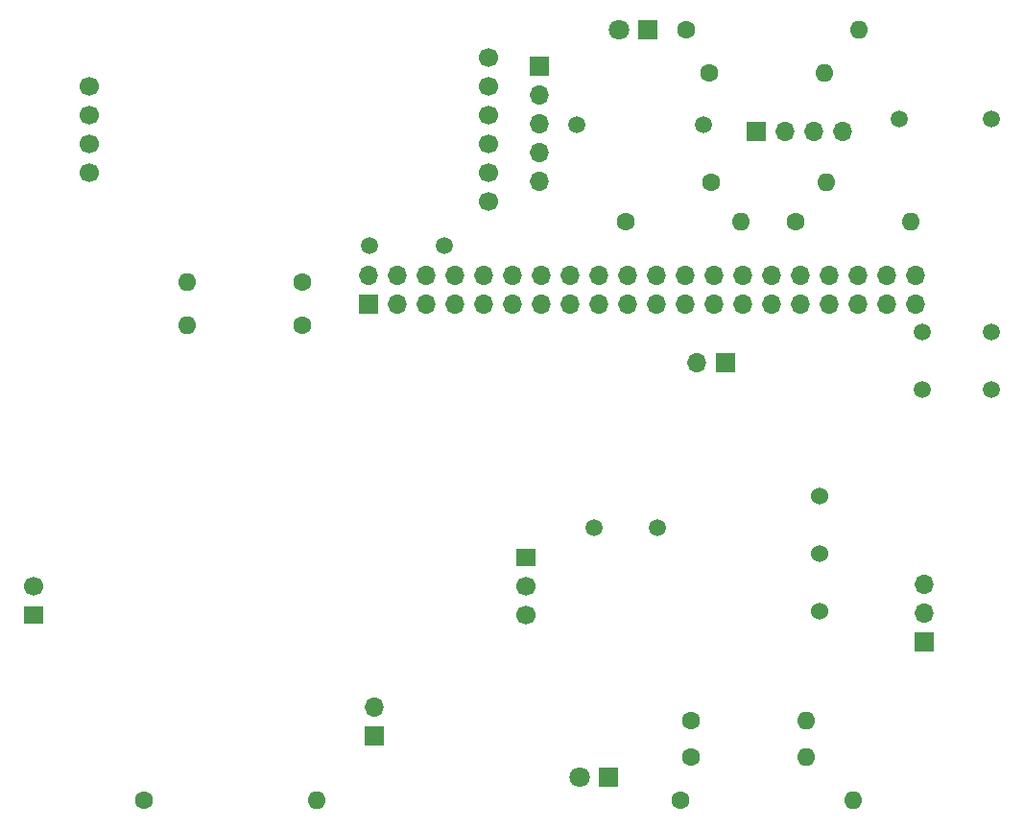
<source format=gbr>
%TF.GenerationSoftware,KiCad,Pcbnew,6.0.9-8da3e8f707~116~ubuntu20.04.1*%
%TF.CreationDate,2022-11-14T15:11:31+01:00*%
%TF.ProjectId,kosmos_V3_PCB,6b6f736d-6f73-45f5-9633-5f5043422e6b,rev?*%
%TF.SameCoordinates,Original*%
%TF.FileFunction,Soldermask,Top*%
%TF.FilePolarity,Negative*%
%FSLAX46Y46*%
G04 Gerber Fmt 4.6, Leading zero omitted, Abs format (unit mm)*
G04 Created by KiCad (PCBNEW 6.0.9-8da3e8f707~116~ubuntu20.04.1) date 2022-11-14 15:11:31*
%MOMM*%
%LPD*%
G01*
G04 APERTURE LIST*
%ADD10C,1.500000*%
%ADD11C,1.700000*%
%ADD12C,1.600000*%
%ADD13O,1.600000X1.600000*%
%ADD14R,1.700000X1.524000*%
%ADD15C,1.524000*%
%ADD16R,1.700000X1.700000*%
%ADD17O,1.700000X1.700000*%
%ADD18R,1.800000X1.800000*%
%ADD19C,1.800000*%
G04 APERTURE END LIST*
D10*
%TO.C,*%
X167640000Y-59944000D03*
%TD*%
%TO.C,REF\u002A\u002A*%
X175768000Y-59944000D03*
%TD*%
D11*
%TO.C,U1*%
X96185000Y-56995000D03*
X96185000Y-59535000D03*
X96185000Y-62075000D03*
X96185000Y-64615000D03*
X131405000Y-67155000D03*
X131405000Y-64615000D03*
X131405000Y-62075000D03*
X131405000Y-59535000D03*
X131405000Y-56995000D03*
X131405000Y-54455000D03*
%TD*%
D12*
%TO.C,SW3*%
X100965000Y-120015000D03*
D13*
X116205000Y-120015000D03*
%TD*%
D14*
%TO.C,U2*%
X134680000Y-98590000D03*
D11*
X134680000Y-101130000D03*
X134680000Y-103670000D03*
D15*
X160580000Y-103300000D03*
X160580000Y-98220000D03*
X160580000Y-93140000D03*
%TD*%
D10*
%TO.C,*%
X140716000Y-96012000D03*
%TD*%
D14*
%TO.C,U3*%
X91298000Y-103660000D03*
D11*
X91298000Y-101120000D03*
%TD*%
D10*
%TO.C,*%
X169672000Y-78740000D03*
%TD*%
D16*
%TO.C,J1*%
X120836190Y-76275000D03*
D17*
X120836190Y-73735000D03*
X123376190Y-76275000D03*
X123376190Y-73735000D03*
X125916190Y-76275000D03*
X125916190Y-73735000D03*
X128456190Y-76275000D03*
X128456190Y-73735000D03*
X130996190Y-76275000D03*
X130996190Y-73735000D03*
X133536190Y-76275000D03*
X133536190Y-73735000D03*
X136076190Y-76275000D03*
X136076190Y-73735000D03*
X138616190Y-76275000D03*
X138616190Y-73735000D03*
X141156190Y-76275000D03*
X141156190Y-73735000D03*
X143696190Y-76275000D03*
X143696190Y-73735000D03*
X146236190Y-76275000D03*
X146236190Y-73735000D03*
X148776190Y-76275000D03*
X148776190Y-73735000D03*
X151316190Y-76275000D03*
X151316190Y-73735000D03*
X153856190Y-76275000D03*
X153856190Y-73735000D03*
X156396190Y-76275000D03*
X156396190Y-73735000D03*
X158936190Y-76275000D03*
X158936190Y-73735000D03*
X161476190Y-76275000D03*
X161476190Y-73735000D03*
X164016190Y-76275000D03*
X164016190Y-73735000D03*
X166556190Y-76275000D03*
X166556190Y-73735000D03*
X169096190Y-76275000D03*
X169096190Y-73735000D03*
%TD*%
D12*
%TO.C,R1*%
X149225000Y-113030000D03*
D13*
X159385000Y-113030000D03*
%TD*%
D12*
%TO.C,R3*%
X143503810Y-69000000D03*
D13*
X153663810Y-69000000D03*
%TD*%
D10*
%TO.C,*%
X146286834Y-95982283D03*
%TD*%
D16*
%TO.C,J5*%
X135890000Y-55245000D03*
D17*
X135890000Y-57785000D03*
X135890000Y-60325000D03*
X135890000Y-62865000D03*
X135890000Y-65405000D03*
%TD*%
D12*
%TO.C,R6*%
X158500000Y-69000000D03*
D13*
X168660000Y-69000000D03*
%TD*%
D12*
%TO.C,R4*%
X149225000Y-116205000D03*
D13*
X159385000Y-116205000D03*
%TD*%
D18*
%TO.C,D1*%
X145420000Y-52070000D03*
D19*
X142880000Y-52070000D03*
%TD*%
D16*
%TO.C,J4*%
X121285000Y-114305000D03*
D17*
X121285000Y-111765000D03*
%TD*%
D12*
%TO.C,R8*%
X114935000Y-78105000D03*
D13*
X104775000Y-78105000D03*
%TD*%
D18*
%TO.C,D2*%
X141961190Y-118000000D03*
D19*
X139421190Y-118000000D03*
%TD*%
D10*
%TO.C,REF\u002A\u002A*%
X139192000Y-60452000D03*
%TD*%
D16*
%TO.C,J6*%
X169800000Y-106050000D03*
D17*
X169800000Y-103510000D03*
X169800000Y-100970000D03*
%TD*%
D12*
%TO.C,R7*%
X114935000Y-74295000D03*
D13*
X104775000Y-74295000D03*
%TD*%
D16*
%TO.C,J3*%
X155045000Y-61025000D03*
D17*
X157585000Y-61025000D03*
X160125000Y-61025000D03*
X162665000Y-61025000D03*
%TD*%
D16*
%TO.C,J2*%
X152275000Y-81425000D03*
D17*
X149735000Y-81425000D03*
%TD*%
D12*
%TO.C,SW1*%
X148844000Y-52000000D03*
D13*
X164084000Y-52000000D03*
%TD*%
D10*
%TO.C,*%
X120904000Y-71120000D03*
%TD*%
D12*
%TO.C,R5*%
X150995000Y-65532000D03*
D13*
X161155000Y-65532000D03*
X161155000Y-65532000D03*
%TD*%
D12*
%TO.C,SW2*%
X148341190Y-120000000D03*
D13*
X163581190Y-120000000D03*
%TD*%
D10*
%TO.C,*%
X127508000Y-71120000D03*
%TD*%
%TO.C,*%
X175768000Y-78740000D03*
%TD*%
%TO.C,*%
X169672000Y-83820000D03*
%TD*%
%TO.C,*%
X175768000Y-83820000D03*
%TD*%
D12*
%TO.C,R2*%
X150876000Y-55880000D03*
D13*
X161036000Y-55880000D03*
%TD*%
D10*
%TO.C,REF\u002A\u002A*%
X150368000Y-60452000D03*
%TD*%
M02*

</source>
